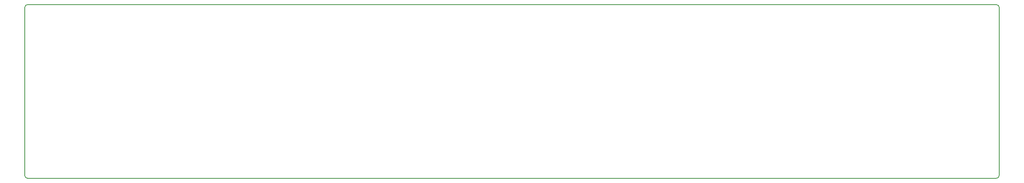
<source format=gbr>
G04 #@! TF.GenerationSoftware,KiCad,Pcbnew,5.1.12-1.fc33*
G04 #@! TF.CreationDate,2022-01-04T15:27:24-05:00*
G04 #@! TF.ProjectId,crisco,63726973-636f-42e6-9b69-6361645f7063,rev?*
G04 #@! TF.SameCoordinates,Original*
G04 #@! TF.FileFunction,Profile,NP*
%FSLAX46Y46*%
G04 Gerber Fmt 4.6, Leading zero omitted, Abs format (unit mm)*
G04 Created by KiCad (PCBNEW 5.1.12-1.fc33) date 2022-01-04 15:27:24*
%MOMM*%
%LPD*%
G01*
G04 APERTURE LIST*
G04 #@! TA.AperFunction,Profile*
%ADD10C,0.150000*%
G04 #@! TD*
G04 APERTURE END LIST*
D10*
X233045000Y-68580000D02*
G75*
G02*
X233680000Y-69215000I0J-635000D01*
G01*
X233680000Y-106045000D02*
G75*
G02*
X233045000Y-106680000I-635000J0D01*
G01*
X20955000Y-106680000D02*
G75*
G02*
X20320000Y-106045000I0J635000D01*
G01*
X20320000Y-69215000D02*
G75*
G02*
X20955000Y-68580000I635000J0D01*
G01*
X233045000Y-106680000D02*
X20955000Y-106680000D01*
X233680000Y-69215000D02*
X233680000Y-106045000D01*
X20955000Y-68580000D02*
X233045000Y-68580000D01*
X20320000Y-106045000D02*
X20320000Y-69215000D01*
M02*

</source>
